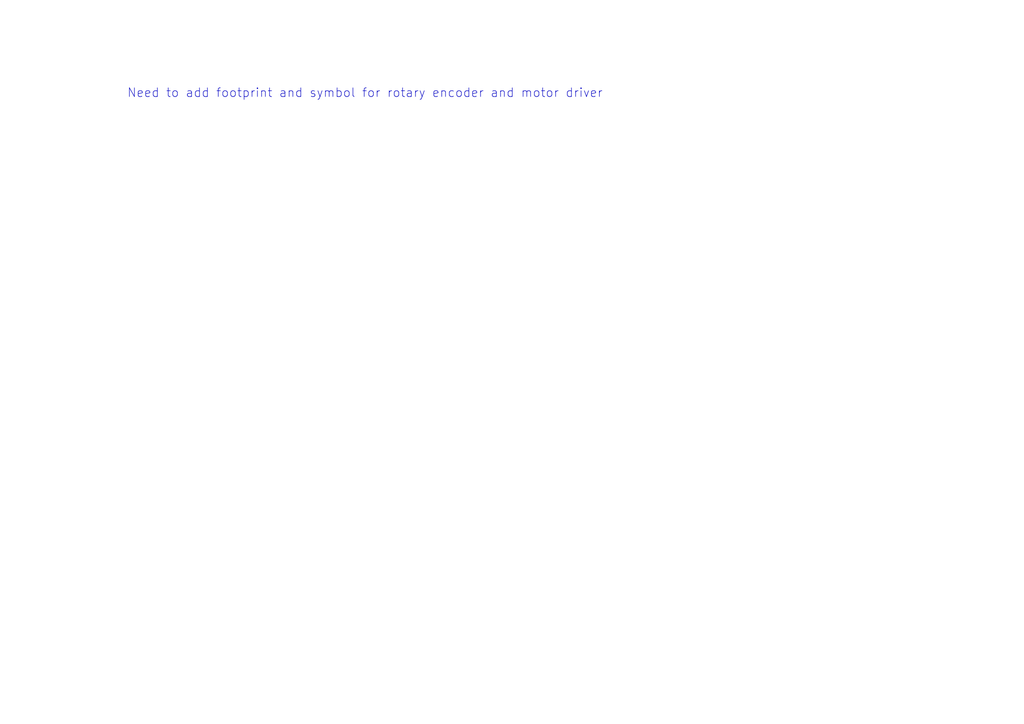
<source format=kicad_sch>
(kicad_sch (version 20230121) (generator eeschema)
  (paper "A4")
  (lib_symbols)
  (text "Need to add footprint and symbol for rotary encoder and motor driver\n" (at 36.83 28.575 0) (effects (font (size 2.54 2.54)) (justify left bottom)))
)
</source>
